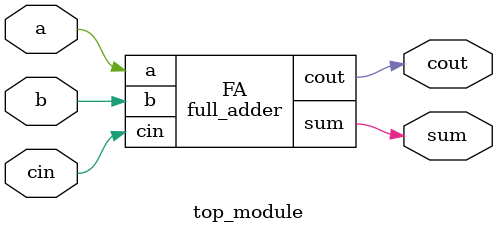
<source format=sv>
module full_adder (
	input a,
	input b,
	input cin,
	output cout,
	output sum
);

	assign sum = a ^ b ^ cin;
	assign cout = (a & b) | (a & cin) | (b & cin);

endmodule
module top_module (
	input a,
	input b,
	input cin,
	output cout,
	output sum
);

	full_adder FA (
		.a(a),
		.b(b),
		.cin(cin),
		.sum(sum),
		.cout(cout)
	);

endmodule

</source>
